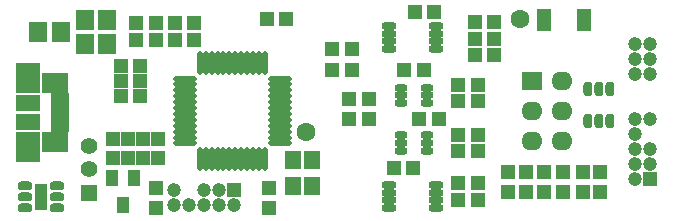
<source format=gts>
G04 Layer_Color=8388736*
%FSLAX23Y23*%
%MOIN*%
G70*
G01*
G75*
%ADD51R,0.039X0.087*%
%ADD52R,0.051X0.047*%
%ADD53R,0.047X0.051*%
%ADD54R,0.047X0.075*%
%ADD55R,0.059X0.067*%
G04:AMPARAMS|DCode=56|XSize=20mil|YSize=79mil|CornerRadius=7mil|HoleSize=0mil|Usage=FLASHONLY|Rotation=0.000|XOffset=0mil|YOffset=0mil|HoleType=Round|Shape=RoundedRectangle|*
%AMROUNDEDRECTD56*
21,1,0.020,0.065,0,0,0.0*
21,1,0.006,0.079,0,0,0.0*
1,1,0.014,0.003,-0.032*
1,1,0.014,-0.003,-0.032*
1,1,0.014,-0.003,0.032*
1,1,0.014,0.003,0.032*
%
%ADD56ROUNDEDRECTD56*%
G04:AMPARAMS|DCode=57|XSize=20mil|YSize=79mil|CornerRadius=7mil|HoleSize=0mil|Usage=FLASHONLY|Rotation=90.000|XOffset=0mil|YOffset=0mil|HoleType=Round|Shape=RoundedRectangle|*
%AMROUNDEDRECTD57*
21,1,0.020,0.065,0,0,90.0*
21,1,0.006,0.079,0,0,90.0*
1,1,0.014,0.032,0.003*
1,1,0.014,0.032,-0.003*
1,1,0.014,-0.032,-0.003*
1,1,0.014,-0.032,0.003*
%
%ADD57ROUNDEDRECTD57*%
%ADD58R,0.055X0.063*%
%ADD59R,0.083X0.102*%
%ADD60R,0.083X0.054*%
%ADD61R,0.062X0.026*%
%ADD62R,0.091X0.066*%
%ADD63R,0.039X0.055*%
G04:AMPARAMS|DCode=64|XSize=24mil|YSize=41mil|CornerRadius=8mil|HoleSize=0mil|Usage=FLASHONLY|Rotation=90.000|XOffset=0mil|YOffset=0mil|HoleType=Round|Shape=RoundedRectangle|*
%AMROUNDEDRECTD64*
21,1,0.024,0.026,0,0,90.0*
21,1,0.008,0.041,0,0,90.0*
1,1,0.016,0.013,0.004*
1,1,0.016,0.013,-0.004*
1,1,0.016,-0.013,-0.004*
1,1,0.016,-0.013,0.004*
%
%ADD64ROUNDEDRECTD64*%
G04:AMPARAMS|DCode=65|XSize=24mil|YSize=49mil|CornerRadius=8mil|HoleSize=0mil|Usage=FLASHONLY|Rotation=90.000|XOffset=0mil|YOffset=0mil|HoleType=Round|Shape=RoundedRectangle|*
%AMROUNDEDRECTD65*
21,1,0.024,0.033,0,0,90.0*
21,1,0.008,0.049,0,0,90.0*
1,1,0.016,0.017,0.004*
1,1,0.016,0.017,-0.004*
1,1,0.016,-0.017,-0.004*
1,1,0.016,-0.017,0.004*
%
%ADD65ROUNDEDRECTD65*%
G04:AMPARAMS|DCode=66|XSize=47mil|YSize=30mil|CornerRadius=9mil|HoleSize=0mil|Usage=FLASHONLY|Rotation=270.000|XOffset=0mil|YOffset=0mil|HoleType=Round|Shape=RoundedRectangle|*
%AMROUNDEDRECTD66*
21,1,0.047,0.011,0,0,270.0*
21,1,0.029,0.030,0,0,270.0*
1,1,0.019,-0.005,-0.014*
1,1,0.019,-0.005,0.014*
1,1,0.019,0.005,0.014*
1,1,0.019,0.005,-0.014*
%
%ADD66ROUNDEDRECTD66*%
G04:AMPARAMS|DCode=67|XSize=47mil|YSize=30mil|CornerRadius=9mil|HoleSize=0mil|Usage=FLASHONLY|Rotation=180.000|XOffset=0mil|YOffset=0mil|HoleType=Round|Shape=RoundedRectangle|*
%AMROUNDEDRECTD67*
21,1,0.047,0.011,0,0,180.0*
21,1,0.029,0.030,0,0,180.0*
1,1,0.019,-0.014,0.005*
1,1,0.019,0.014,0.005*
1,1,0.019,0.014,-0.005*
1,1,0.019,-0.014,-0.005*
%
%ADD67ROUNDEDRECTD67*%
%ADD68C,0.063*%
%ADD69C,0.047*%
%ADD70R,0.047X0.047*%
%ADD71R,0.047X0.047*%
%ADD72O,0.070X0.063*%
%ADD73R,0.070X0.063*%
%ADD74C,0.055*%
%ADD75R,0.055X0.055*%
D51*
X252Y930D02*
D03*
D52*
X1642Y979D02*
D03*
X1708D02*
D03*
X1462Y1355D02*
D03*
X1528D02*
D03*
X1512Y1190D02*
D03*
X1578D02*
D03*
X1563Y1548D02*
D03*
X1497D02*
D03*
X517Y1269D02*
D03*
X583D02*
D03*
X1288Y1425D02*
D03*
X1222D02*
D03*
Y1353D02*
D03*
X1288D02*
D03*
X1070Y1523D02*
D03*
X1004D02*
D03*
X1697Y1458D02*
D03*
X1763D02*
D03*
Y1513D02*
D03*
X1697D02*
D03*
X1642Y1252D02*
D03*
X1708D02*
D03*
Y1305D02*
D03*
X1642D02*
D03*
Y1083D02*
D03*
X1708D02*
D03*
Y1138D02*
D03*
X1642D02*
D03*
X517Y1319D02*
D03*
X583D02*
D03*
Y1369D02*
D03*
X517D02*
D03*
X635Y1453D02*
D03*
X569D02*
D03*
X1493Y1028D02*
D03*
X1427D02*
D03*
X635Y1510D02*
D03*
X569D02*
D03*
X697Y1453D02*
D03*
X763D02*
D03*
X1763Y1403D02*
D03*
X1697D02*
D03*
X1642Y921D02*
D03*
X1708D02*
D03*
X1344Y1190D02*
D03*
X1278D02*
D03*
Y1258D02*
D03*
X1344D02*
D03*
X763Y1510D02*
D03*
X697D02*
D03*
D53*
X1991Y1013D02*
D03*
Y947D02*
D03*
X541Y1126D02*
D03*
Y1060D02*
D03*
X591Y1126D02*
D03*
Y1060D02*
D03*
X1013Y962D02*
D03*
Y896D02*
D03*
X641Y1060D02*
D03*
Y1126D02*
D03*
X1930Y1013D02*
D03*
Y947D02*
D03*
X1870D02*
D03*
Y1013D02*
D03*
X1810Y947D02*
D03*
Y1013D02*
D03*
X634Y961D02*
D03*
Y895D02*
D03*
X491Y1126D02*
D03*
Y1060D02*
D03*
X2116Y947D02*
D03*
Y1013D02*
D03*
X2060Y947D02*
D03*
Y1013D02*
D03*
D54*
X2063Y1522D02*
D03*
X1929D02*
D03*
D55*
X317Y1480D02*
D03*
X243D02*
D03*
X398Y1440D02*
D03*
X472D02*
D03*
Y1520D02*
D03*
X398D02*
D03*
D56*
X782Y1377D02*
D03*
X801D02*
D03*
X821D02*
D03*
X841D02*
D03*
X860D02*
D03*
X880D02*
D03*
X900D02*
D03*
X920D02*
D03*
X939D02*
D03*
X959D02*
D03*
X979D02*
D03*
X998D02*
D03*
Y1059D02*
D03*
X979D02*
D03*
X959D02*
D03*
X939D02*
D03*
X920D02*
D03*
X900D02*
D03*
X880D02*
D03*
X860D02*
D03*
X841D02*
D03*
X821D02*
D03*
X801D02*
D03*
X782D02*
D03*
D57*
X1049Y1326D02*
D03*
Y1307D02*
D03*
Y1287D02*
D03*
Y1267D02*
D03*
Y1248D02*
D03*
Y1228D02*
D03*
Y1208D02*
D03*
Y1188D02*
D03*
Y1169D02*
D03*
Y1149D02*
D03*
Y1129D02*
D03*
Y1110D02*
D03*
X731D02*
D03*
Y1129D02*
D03*
Y1149D02*
D03*
Y1169D02*
D03*
Y1188D02*
D03*
Y1208D02*
D03*
Y1228D02*
D03*
Y1248D02*
D03*
Y1267D02*
D03*
Y1287D02*
D03*
Y1307D02*
D03*
Y1326D02*
D03*
D58*
X1155Y969D02*
D03*
X1092D02*
D03*
Y1055D02*
D03*
X1155D02*
D03*
D59*
X210Y1328D02*
D03*
Y1098D02*
D03*
D60*
Y1180D02*
D03*
Y1246D02*
D03*
D61*
X314Y1213D02*
D03*
Y1187D02*
D03*
Y1162D02*
D03*
Y1264D02*
D03*
Y1239D02*
D03*
D62*
X300Y1116D02*
D03*
Y1310D02*
D03*
D63*
X561Y993D02*
D03*
X487D02*
D03*
X524Y903D02*
D03*
D64*
X1451Y1137D02*
D03*
Y1111D02*
D03*
Y1085D02*
D03*
X1539D02*
D03*
Y1111D02*
D03*
Y1137D02*
D03*
Y1295D02*
D03*
Y1270D02*
D03*
Y1244D02*
D03*
X1451D02*
D03*
Y1270D02*
D03*
Y1295D02*
D03*
D65*
X1412Y1501D02*
D03*
Y1476D02*
D03*
Y1450D02*
D03*
Y1425D02*
D03*
X1568Y1501D02*
D03*
Y1476D02*
D03*
Y1450D02*
D03*
Y1425D02*
D03*
Y895D02*
D03*
Y920D02*
D03*
Y946D02*
D03*
Y971D02*
D03*
X1412Y895D02*
D03*
Y920D02*
D03*
Y946D02*
D03*
Y971D02*
D03*
D66*
X2113Y1186D02*
D03*
X2076D02*
D03*
X2150D02*
D03*
X2076Y1292D02*
D03*
X2113D02*
D03*
X2150D02*
D03*
D67*
X199Y930D02*
D03*
Y967D02*
D03*
Y893D02*
D03*
X305Y967D02*
D03*
Y930D02*
D03*
Y893D02*
D03*
D68*
X1136Y1149D02*
D03*
X1849Y1524D02*
D03*
D69*
X695Y905D02*
D03*
Y955D02*
D03*
X745Y905D02*
D03*
X795D02*
D03*
Y955D02*
D03*
X845Y905D02*
D03*
Y955D02*
D03*
X895Y905D02*
D03*
X2231Y992D02*
D03*
X2281Y1042D02*
D03*
X2231D02*
D03*
X2281Y1092D02*
D03*
X2231D02*
D03*
Y1142D02*
D03*
X2281Y1192D02*
D03*
X2231D02*
D03*
X2281Y1342D02*
D03*
X2231D02*
D03*
X2281Y1392D02*
D03*
X2231D02*
D03*
X2281Y1442D02*
D03*
X2231D02*
D03*
D70*
X895Y955D02*
D03*
D71*
X2281Y992D02*
D03*
D72*
X1890Y1117D02*
D03*
Y1217D02*
D03*
X1990Y1117D02*
D03*
Y1217D02*
D03*
Y1317D02*
D03*
D73*
X1890D02*
D03*
D74*
X413Y1023D02*
D03*
Y1102D02*
D03*
D75*
Y944D02*
D03*
M02*

</source>
